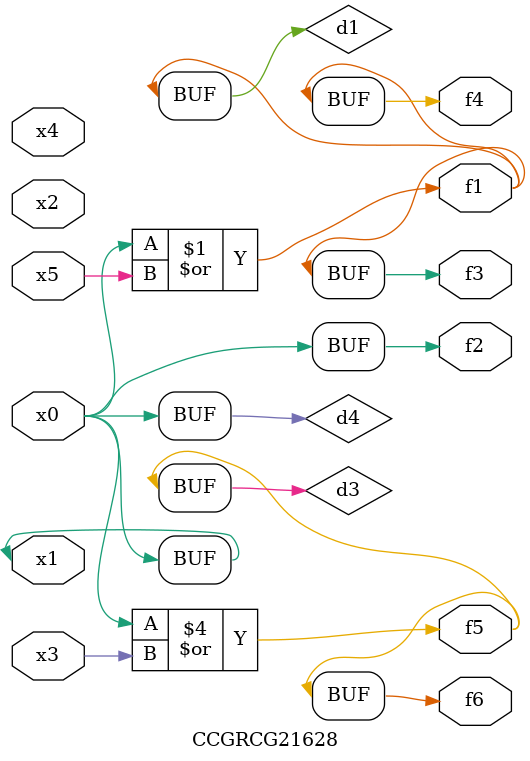
<source format=v>
module CCGRCG21628(
	input x0, x1, x2, x3, x4, x5,
	output f1, f2, f3, f4, f5, f6
);

	wire d1, d2, d3, d4;

	or (d1, x0, x5);
	xnor (d2, x1, x4);
	or (d3, x0, x3);
	buf (d4, x0, x1);
	assign f1 = d1;
	assign f2 = d4;
	assign f3 = d1;
	assign f4 = d1;
	assign f5 = d3;
	assign f6 = d3;
endmodule

</source>
